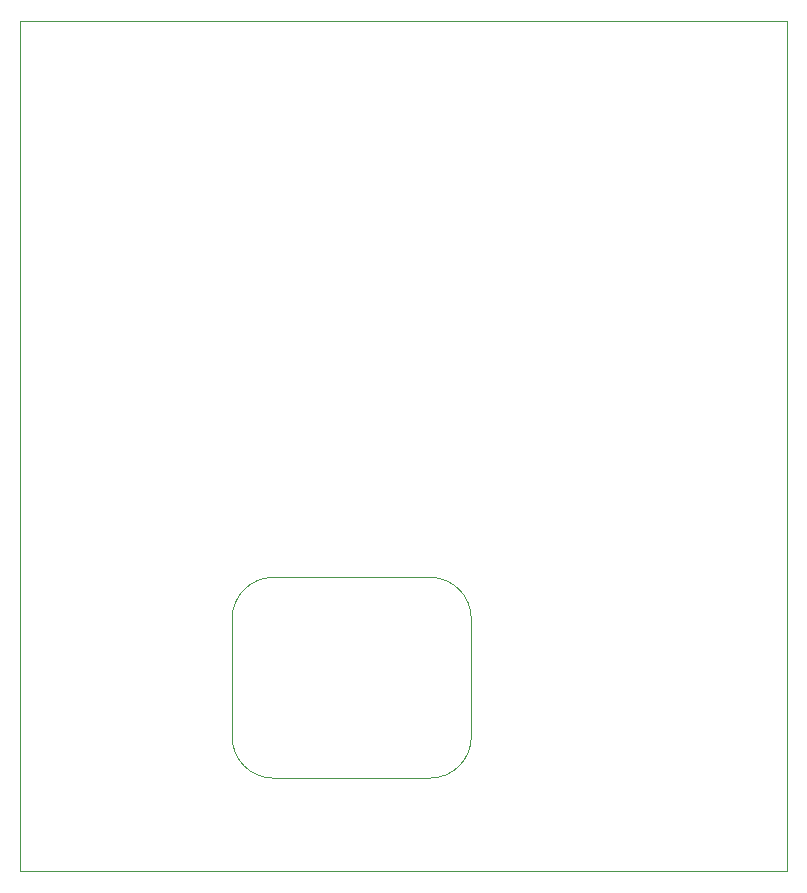
<source format=gm1>
G04 #@! TF.GenerationSoftware,KiCad,Pcbnew,(5.1.2-1)-1*
G04 #@! TF.CreationDate,2023-02-15T15:24:15+00:00*
G04 #@! TF.ProjectId,WT32-ETH01 Programmer,57543332-2d45-4544-9830-312050726f67,rev?*
G04 #@! TF.SameCoordinates,Original*
G04 #@! TF.FileFunction,Profile,NP*
%FSLAX46Y46*%
G04 Gerber Fmt 4.6, Leading zero omitted, Abs format (unit mm)*
G04 Created by KiCad (PCBNEW (5.1.2-1)-1) date 2023-02-15 15:24:15*
%MOMM*%
%LPD*%
G04 APERTURE LIST*
%ADD10C,0.050000*%
G04 APERTURE END LIST*
D10*
X111000000Y-118000000D02*
X113000000Y-118000000D01*
X111000000Y-46000000D02*
X111000000Y-118000000D01*
X113000000Y-46000000D02*
X111000000Y-46000000D01*
X129000000Y-106600000D02*
X129000000Y-96600000D01*
X145750000Y-110100000D02*
X132500000Y-110100000D01*
X132500000Y-110100000D02*
G75*
G02X129000000Y-106600000I0J3500000D01*
G01*
X149250000Y-106600000D02*
X149250000Y-96600000D01*
X149250000Y-106600000D02*
G75*
G02X145750000Y-110100000I-3500000J0D01*
G01*
X145750000Y-93100000D02*
X132500000Y-93100000D01*
X145750000Y-93100000D02*
G75*
G02X149250000Y-96600000I0J-3500000D01*
G01*
X129000000Y-96600000D02*
G75*
G02X132500000Y-93100000I3500000J0D01*
G01*
X176000000Y-118000000D02*
X113000000Y-118000000D01*
X113000000Y-46000000D02*
X176000000Y-46000000D01*
X176000000Y-46000000D02*
X176000000Y-118000000D01*
M02*

</source>
